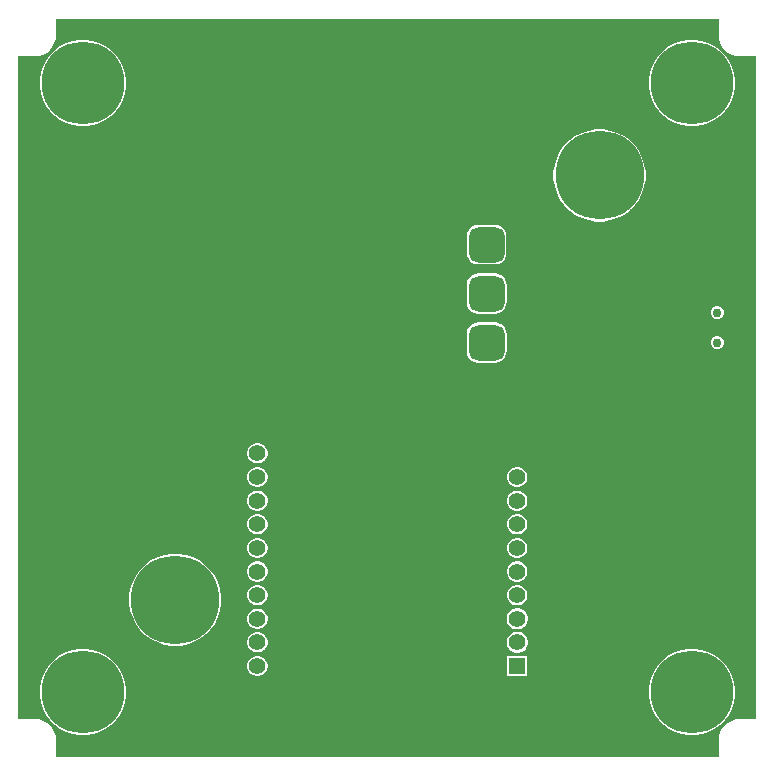
<source format=gbr>
%TF.GenerationSoftware,Altium Limited,Altium Designer,24.2.2 (26)*%
G04 Layer_Physical_Order=2*
G04 Layer_Color=16711680*
%FSLAX45Y45*%
%MOMM*%
%TF.SameCoordinates,7B2EFB22-2454-4570-B993-6C8DBF9E02C9*%
%TF.FilePolarity,Positive*%
%TF.FileFunction,Copper,L2,Bot,Signal*%
%TF.Part,Single*%
G01*
G75*
%TA.AperFunction,ComponentPad*%
G04:AMPARAMS|DCode=18|XSize=3mm|YSize=3mm|CornerRadius=0.75mm|HoleSize=0mm|Usage=FLASHONLY|Rotation=0.000|XOffset=0mm|YOffset=0mm|HoleType=Round|Shape=RoundedRectangle|*
%AMROUNDEDRECTD18*
21,1,3.00000,1.50000,0,0,0.0*
21,1,1.50000,3.00000,0,0,0.0*
1,1,1.50000,0.75000,-0.75000*
1,1,1.50000,-0.75000,-0.75000*
1,1,1.50000,-0.75000,0.75000*
1,1,1.50000,0.75000,0.75000*
%
%ADD18ROUNDEDRECTD18*%
%ADD19C,1.10000*%
%ADD20R,1.40000X1.40000*%
%ADD21C,1.40000*%
%TA.AperFunction,ViaPad*%
%ADD22C,7.00000*%
%ADD23C,7.50000*%
%ADD24C,0.60000*%
%ADD25C,0.75000*%
G36*
X5981113Y6159500D02*
X5981368Y6158215D01*
X5984667Y6124724D01*
X5994811Y6091283D01*
X6011284Y6060465D01*
X6033452Y6033452D01*
X6060465Y6011284D01*
X6091283Y5994811D01*
X6124724Y5984667D01*
X6158215Y5981368D01*
X6159500Y5981113D01*
X6298613D01*
Y368887D01*
X6159500D01*
X6158215Y368632D01*
X6124724Y365333D01*
X6091283Y355189D01*
X6060465Y338716D01*
X6033452Y316547D01*
X6011284Y289535D01*
X5994811Y258717D01*
X5984667Y225276D01*
X5981368Y191785D01*
X5981113Y190500D01*
Y51387D01*
X368887D01*
Y190500D01*
X368632Y191785D01*
X365333Y225276D01*
X355189Y258717D01*
X338716Y289535D01*
X316547Y316547D01*
X289535Y338716D01*
X258717Y355189D01*
X225276Y365333D01*
X191785Y368632D01*
X190500Y368887D01*
X51387D01*
Y5981113D01*
X190500D01*
X191785Y5981368D01*
X225276Y5984667D01*
X258717Y5994811D01*
X289535Y6011284D01*
X316547Y6033452D01*
X338716Y6060465D01*
X355189Y6091283D01*
X365333Y6124724D01*
X368632Y6158215D01*
X368887Y6159500D01*
Y6298613D01*
X5981113D01*
Y6159500D01*
D02*
G37*
%LPC*%
G36*
X5781826Y6118100D02*
X5724374D01*
X5667629Y6109113D01*
X5612989Y6091359D01*
X5561798Y6065276D01*
X5515318Y6031507D01*
X5474693Y5990882D01*
X5440924Y5944402D01*
X5414841Y5893211D01*
X5397087Y5838571D01*
X5388100Y5781826D01*
Y5724374D01*
X5397087Y5667629D01*
X5414841Y5612989D01*
X5440924Y5561798D01*
X5474693Y5515318D01*
X5515318Y5474693D01*
X5561798Y5440924D01*
X5612989Y5414841D01*
X5667629Y5397087D01*
X5724374Y5388100D01*
X5781826D01*
X5838571Y5397087D01*
X5893211Y5414841D01*
X5944402Y5440924D01*
X5990882Y5474693D01*
X6031507Y5515318D01*
X6065276Y5561798D01*
X6091359Y5612989D01*
X6109113Y5667629D01*
X6118100Y5724374D01*
Y5781826D01*
X6109113Y5838571D01*
X6091359Y5893211D01*
X6065276Y5944402D01*
X6031507Y5990882D01*
X5990882Y6031507D01*
X5944402Y6065276D01*
X5893211Y6091359D01*
X5838571Y6109113D01*
X5781826Y6118100D01*
D02*
G37*
G36*
X625626D02*
X568174D01*
X511429Y6109113D01*
X456789Y6091359D01*
X405598Y6065276D01*
X359118Y6031507D01*
X318493Y5990882D01*
X284724Y5944402D01*
X258641Y5893211D01*
X240887Y5838571D01*
X231900Y5781826D01*
Y5724374D01*
X240887Y5667629D01*
X258641Y5612989D01*
X284724Y5561798D01*
X318493Y5515318D01*
X359118Y5474693D01*
X405598Y5440924D01*
X456789Y5414841D01*
X511429Y5397087D01*
X568174Y5388100D01*
X625626D01*
X682371Y5397087D01*
X737011Y5414841D01*
X788202Y5440924D01*
X834682Y5474693D01*
X875307Y5515318D01*
X909076Y5561798D01*
X935159Y5612989D01*
X952913Y5667629D01*
X961900Y5724374D01*
Y5781826D01*
X952913Y5838571D01*
X935159Y5893211D01*
X909076Y5944402D01*
X875307Y5990882D01*
X834682Y6031507D01*
X788202Y6065276D01*
X737011Y6091359D01*
X682371Y6109113D01*
X625626Y6118100D01*
D02*
G37*
G36*
X5001753Y5361059D02*
X4940366D01*
X4879734Y5351456D01*
X4821351Y5332487D01*
X4766655Y5304617D01*
X4716991Y5268535D01*
X4673584Y5225127D01*
X4637502Y5175464D01*
X4609632Y5120768D01*
X4590662Y5062385D01*
X4581059Y5001753D01*
Y4940366D01*
X4590662Y4879734D01*
X4609632Y4821351D01*
X4637502Y4766655D01*
X4673584Y4716991D01*
X4716991Y4673584D01*
X4766655Y4637502D01*
X4821351Y4609632D01*
X4879734Y4590662D01*
X4940366Y4581059D01*
X5001753D01*
X5062385Y4590662D01*
X5120768Y4609632D01*
X5175464Y4637502D01*
X5225127Y4673584D01*
X5268535Y4716991D01*
X5304617Y4766655D01*
X5332487Y4821351D01*
X5351456Y4879734D01*
X5361059Y4940366D01*
Y5001753D01*
X5351456Y5062385D01*
X5332487Y5120768D01*
X5304617Y5175464D01*
X5268535Y5225127D01*
X5225127Y5268535D01*
X5175464Y5304617D01*
X5120768Y5332487D01*
X5062385Y5351456D01*
X5001753Y5361059D01*
D02*
G37*
G36*
X4090740Y4552357D02*
X3940740D01*
X3917245Y4549263D01*
X3895352Y4540195D01*
X3876551Y4525769D01*
X3862125Y4506968D01*
X3853057Y4485075D01*
X3849963Y4461580D01*
Y4311580D01*
X3853057Y4288085D01*
X3862125Y4266192D01*
X3876551Y4247391D01*
X3895352Y4232965D01*
X3917245Y4223897D01*
X3940740Y4220803D01*
X4090740D01*
X4114235Y4223897D01*
X4136128Y4232965D01*
X4154929Y4247391D01*
X4169355Y4266192D01*
X4178423Y4288085D01*
X4181517Y4311580D01*
Y4461580D01*
X4178423Y4485075D01*
X4169355Y4506968D01*
X4154929Y4525769D01*
X4136128Y4540195D01*
X4114235Y4549263D01*
X4090740Y4552357D01*
D02*
G37*
G36*
Y4142419D02*
X3940740D01*
X3915940Y4139155D01*
X3892830Y4129582D01*
X3872985Y4114354D01*
X3857758Y4094509D01*
X3848185Y4071400D01*
X3844920Y4046600D01*
Y3896600D01*
X3848185Y3871800D01*
X3857758Y3848690D01*
X3872985Y3828845D01*
X3892830Y3813618D01*
X3915940Y3804045D01*
X3940740Y3800780D01*
X4090740D01*
X4115540Y3804045D01*
X4138650Y3813618D01*
X4158495Y3828845D01*
X4173722Y3848690D01*
X4183295Y3871800D01*
X4186560Y3896600D01*
Y4046600D01*
X4183295Y4071400D01*
X4173722Y4094509D01*
X4158495Y4114354D01*
X4138650Y4129582D01*
X4115540Y4139155D01*
X4090740Y4142419D01*
D02*
G37*
G36*
X5977545Y3863567D02*
X5955665D01*
X5935450Y3855193D01*
X5919979Y3839722D01*
X5911605Y3819507D01*
Y3797627D01*
X5919979Y3777412D01*
X5935450Y3761940D01*
X5955665Y3753567D01*
X5977545D01*
X5997760Y3761940D01*
X6013232Y3777412D01*
X6021605Y3797627D01*
Y3819507D01*
X6013232Y3839722D01*
X5997760Y3855193D01*
X5977545Y3863567D01*
D02*
G37*
G36*
Y3609567D02*
X5955665D01*
X5935450Y3601193D01*
X5919979Y3585722D01*
X5911605Y3565507D01*
Y3543627D01*
X5919979Y3523412D01*
X5935450Y3507940D01*
X5955665Y3499567D01*
X5977545D01*
X5997760Y3507940D01*
X6013232Y3523412D01*
X6021605Y3543627D01*
Y3565507D01*
X6013232Y3585722D01*
X5997760Y3601193D01*
X5977545Y3609567D01*
D02*
G37*
G36*
X4090700Y3727420D02*
X3940700D01*
X3915900Y3724155D01*
X3892790Y3714582D01*
X3872946Y3699355D01*
X3857718Y3679510D01*
X3848145Y3656400D01*
X3844881Y3631600D01*
Y3481600D01*
X3848145Y3456800D01*
X3857718Y3433690D01*
X3872946Y3413845D01*
X3892790Y3398618D01*
X3915900Y3389045D01*
X3940700Y3385780D01*
X4090700D01*
X4115500Y3389045D01*
X4138610Y3398618D01*
X4158455Y3413845D01*
X4173682Y3433690D01*
X4183255Y3456800D01*
X4186520Y3481600D01*
Y3631600D01*
X4183255Y3656400D01*
X4173682Y3679510D01*
X4158455Y3699355D01*
X4138610Y3714582D01*
X4115500Y3724155D01*
X4090700Y3727420D01*
D02*
G37*
G36*
X2086190Y2702880D02*
X2063809D01*
X2042191Y2697087D01*
X2022809Y2685897D01*
X2006983Y2670071D01*
X1995793Y2650689D01*
X1990000Y2629070D01*
Y2606689D01*
X1995793Y2585071D01*
X2006983Y2565689D01*
X2022809Y2549863D01*
X2042191Y2538673D01*
X2063809Y2532880D01*
X2086190D01*
X2107809Y2538673D01*
X2127191Y2549863D01*
X2143017Y2565689D01*
X2154207Y2585071D01*
X2160000Y2606689D01*
Y2629070D01*
X2154207Y2650689D01*
X2143017Y2670071D01*
X2127191Y2685897D01*
X2107809Y2697087D01*
X2086190Y2702880D01*
D02*
G37*
G36*
X4286191Y2502880D02*
X4263810D01*
X4242191Y2497087D01*
X4222809Y2485897D01*
X4206983Y2470071D01*
X4195793Y2450689D01*
X4190000Y2429071D01*
Y2406690D01*
X4195793Y2385071D01*
X4206983Y2365689D01*
X4222809Y2349863D01*
X4242191Y2338673D01*
X4263810Y2332880D01*
X4286191D01*
X4307809Y2338673D01*
X4327191Y2349863D01*
X4343017Y2365689D01*
X4354207Y2385071D01*
X4360000Y2406690D01*
Y2429071D01*
X4354207Y2450689D01*
X4343017Y2470071D01*
X4327191Y2485897D01*
X4307809Y2497087D01*
X4286191Y2502880D01*
D02*
G37*
G36*
X2086190D02*
X2063809D01*
X2042191Y2497087D01*
X2022809Y2485897D01*
X2006983Y2470071D01*
X1995793Y2450689D01*
X1990000Y2429071D01*
Y2406690D01*
X1995793Y2385071D01*
X2006983Y2365689D01*
X2022809Y2349863D01*
X2042191Y2338673D01*
X2063809Y2332880D01*
X2086190D01*
X2107809Y2338673D01*
X2127191Y2349863D01*
X2143017Y2365689D01*
X2154207Y2385071D01*
X2160000Y2406690D01*
Y2429071D01*
X2154207Y2450689D01*
X2143017Y2470071D01*
X2127191Y2485897D01*
X2107809Y2497087D01*
X2086190Y2502880D01*
D02*
G37*
G36*
X4286191Y2302880D02*
X4263810D01*
X4242191Y2297087D01*
X4222809Y2285897D01*
X4206983Y2270071D01*
X4195793Y2250689D01*
X4190000Y2229070D01*
Y2206690D01*
X4195793Y2185071D01*
X4206983Y2165689D01*
X4222809Y2149863D01*
X4242191Y2138673D01*
X4263810Y2132880D01*
X4286191D01*
X4307809Y2138673D01*
X4327191Y2149863D01*
X4343017Y2165689D01*
X4354207Y2185071D01*
X4360000Y2206690D01*
Y2229070D01*
X4354207Y2250689D01*
X4343017Y2270071D01*
X4327191Y2285897D01*
X4307809Y2297087D01*
X4286191Y2302880D01*
D02*
G37*
G36*
X2086190D02*
X2063809D01*
X2042191Y2297087D01*
X2022809Y2285897D01*
X2006983Y2270071D01*
X1995793Y2250689D01*
X1990000Y2229070D01*
Y2206690D01*
X1995793Y2185071D01*
X2006983Y2165689D01*
X2022809Y2149863D01*
X2042191Y2138673D01*
X2063809Y2132880D01*
X2086190D01*
X2107809Y2138673D01*
X2127191Y2149863D01*
X2143017Y2165689D01*
X2154207Y2185071D01*
X2160000Y2206690D01*
Y2229070D01*
X2154207Y2250689D01*
X2143017Y2270071D01*
X2127191Y2285897D01*
X2107809Y2297087D01*
X2086190Y2302880D01*
D02*
G37*
G36*
X4286191Y2102880D02*
X4263810D01*
X4242191Y2097087D01*
X4222809Y2085897D01*
X4206983Y2070071D01*
X4195793Y2050689D01*
X4190000Y2029071D01*
Y2006690D01*
X4195793Y1985071D01*
X4206983Y1965689D01*
X4222809Y1949863D01*
X4242191Y1938673D01*
X4263810Y1932880D01*
X4286191D01*
X4307809Y1938673D01*
X4327191Y1949863D01*
X4343017Y1965689D01*
X4354207Y1985071D01*
X4360000Y2006690D01*
Y2029071D01*
X4354207Y2050689D01*
X4343017Y2070071D01*
X4327191Y2085897D01*
X4307809Y2097087D01*
X4286191Y2102880D01*
D02*
G37*
G36*
X2086190D02*
X2063809D01*
X2042191Y2097087D01*
X2022809Y2085897D01*
X2006983Y2070071D01*
X1995793Y2050689D01*
X1990000Y2029071D01*
Y2006690D01*
X1995793Y1985071D01*
X2006983Y1965689D01*
X2022809Y1949863D01*
X2042191Y1938673D01*
X2063809Y1932880D01*
X2086190D01*
X2107809Y1938673D01*
X2127191Y1949863D01*
X2143017Y1965689D01*
X2154207Y1985071D01*
X2160000Y2006690D01*
Y2029071D01*
X2154207Y2050689D01*
X2143017Y2070071D01*
X2127191Y2085897D01*
X2107809Y2097087D01*
X2086190Y2102880D01*
D02*
G37*
G36*
X4286191Y1902880D02*
X4263810D01*
X4242191Y1897087D01*
X4222809Y1885897D01*
X4206983Y1870071D01*
X4195793Y1850689D01*
X4190000Y1829071D01*
Y1806690D01*
X4195793Y1785071D01*
X4206983Y1765689D01*
X4222809Y1749863D01*
X4242191Y1738673D01*
X4263810Y1732880D01*
X4286191D01*
X4307809Y1738673D01*
X4327191Y1749863D01*
X4343017Y1765689D01*
X4354207Y1785071D01*
X4360000Y1806690D01*
Y1829071D01*
X4354207Y1850689D01*
X4343017Y1870071D01*
X4327191Y1885897D01*
X4307809Y1897087D01*
X4286191Y1902880D01*
D02*
G37*
G36*
X2086190D02*
X2063809D01*
X2042191Y1897087D01*
X2022809Y1885897D01*
X2006983Y1870071D01*
X1995793Y1850689D01*
X1990000Y1829071D01*
Y1806690D01*
X1995793Y1785071D01*
X2006983Y1765689D01*
X2022809Y1749863D01*
X2042191Y1738673D01*
X2063809Y1732880D01*
X2086190D01*
X2107809Y1738673D01*
X2127191Y1749863D01*
X2143017Y1765689D01*
X2154207Y1785071D01*
X2160000Y1806690D01*
Y1829071D01*
X2154207Y1850689D01*
X2143017Y1870071D01*
X2127191Y1885897D01*
X2107809Y1897087D01*
X2086190Y1902880D01*
D02*
G37*
G36*
X4286191Y1702880D02*
X4263810D01*
X4242191Y1697087D01*
X4222809Y1685897D01*
X4206983Y1670071D01*
X4195793Y1650689D01*
X4190000Y1629070D01*
Y1606689D01*
X4195793Y1585071D01*
X4206983Y1565689D01*
X4222809Y1549863D01*
X4242191Y1538673D01*
X4263810Y1532880D01*
X4286191D01*
X4307809Y1538673D01*
X4327191Y1549863D01*
X4343017Y1565689D01*
X4354207Y1585071D01*
X4360000Y1606689D01*
Y1629070D01*
X4354207Y1650689D01*
X4343017Y1670071D01*
X4327191Y1685897D01*
X4307809Y1697087D01*
X4286191Y1702880D01*
D02*
G37*
G36*
X2086190D02*
X2063809D01*
X2042191Y1697087D01*
X2022809Y1685897D01*
X2006983Y1670071D01*
X1995793Y1650689D01*
X1990000Y1629070D01*
Y1606689D01*
X1995793Y1585071D01*
X2006983Y1565689D01*
X2022809Y1549863D01*
X2042191Y1538673D01*
X2063809Y1532880D01*
X2086190D01*
X2107809Y1538673D01*
X2127191Y1549863D01*
X2143017Y1565689D01*
X2154207Y1585071D01*
X2160000Y1606689D01*
Y1629070D01*
X2154207Y1650689D01*
X2143017Y1670071D01*
X2127191Y1685897D01*
X2107809Y1697087D01*
X2086190Y1702880D01*
D02*
G37*
G36*
X4286191Y1502880D02*
X4263810D01*
X4242191Y1497087D01*
X4222809Y1485897D01*
X4206983Y1470071D01*
X4195793Y1450689D01*
X4190000Y1429071D01*
Y1406690D01*
X4195793Y1385071D01*
X4206983Y1365689D01*
X4222809Y1349863D01*
X4242191Y1338673D01*
X4263810Y1332880D01*
X4286191D01*
X4307809Y1338673D01*
X4327191Y1349863D01*
X4343017Y1365689D01*
X4354207Y1385071D01*
X4360000Y1406690D01*
Y1429071D01*
X4354207Y1450689D01*
X4343017Y1470071D01*
X4327191Y1485897D01*
X4307809Y1497087D01*
X4286191Y1502880D01*
D02*
G37*
G36*
X2086190D02*
X2063809D01*
X2042191Y1497087D01*
X2022809Y1485897D01*
X2006983Y1470071D01*
X1995793Y1450689D01*
X1990000Y1429071D01*
Y1406690D01*
X1995793Y1385071D01*
X2006983Y1365689D01*
X2022809Y1349863D01*
X2042191Y1338673D01*
X2063809Y1332880D01*
X2086190D01*
X2107809Y1338673D01*
X2127191Y1349863D01*
X2143017Y1365689D01*
X2154207Y1385071D01*
X2160000Y1406690D01*
Y1429071D01*
X2154207Y1450689D01*
X2143017Y1470071D01*
X2127191Y1485897D01*
X2107809Y1497087D01*
X2086190Y1502880D01*
D02*
G37*
G36*
Y1302880D02*
X2063809D01*
X2042191Y1297087D01*
X2022809Y1285897D01*
X2006983Y1270071D01*
X1995793Y1250689D01*
X1990000Y1229070D01*
Y1206689D01*
X1995793Y1185071D01*
X2006983Y1165689D01*
X2022809Y1149863D01*
X2042191Y1138673D01*
X2063809Y1132880D01*
X2086190D01*
X2107809Y1138673D01*
X2127191Y1149863D01*
X2143017Y1165689D01*
X2154207Y1185071D01*
X2160000Y1206689D01*
Y1229070D01*
X2154207Y1250689D01*
X2143017Y1270071D01*
X2127191Y1285897D01*
X2107809Y1297087D01*
X2086190Y1302880D01*
D02*
G37*
G36*
X4286849Y1307880D02*
X4263151D01*
X4240262Y1301746D01*
X4219739Y1289898D01*
X4202982Y1273141D01*
X4191134Y1252619D01*
X4185000Y1229729D01*
Y1206031D01*
X4191134Y1183141D01*
X4202982Y1162619D01*
X4219739Y1145862D01*
X4240262Y1134013D01*
X4263151Y1127880D01*
X4286849D01*
X4309739Y1134013D01*
X4330261Y1145862D01*
X4347018Y1162619D01*
X4358867Y1183141D01*
X4365000Y1206031D01*
Y1229729D01*
X4358867Y1252619D01*
X4347018Y1273141D01*
X4330261Y1289898D01*
X4309739Y1301746D01*
X4286849Y1307880D01*
D02*
G37*
G36*
X1409634Y1768941D02*
X1348247D01*
X1287615Y1759338D01*
X1229232Y1740368D01*
X1174536Y1712498D01*
X1124873Y1676416D01*
X1081465Y1633009D01*
X1045383Y1583345D01*
X1017513Y1528649D01*
X998544Y1470266D01*
X988941Y1409634D01*
Y1348247D01*
X998544Y1287615D01*
X1017513Y1229232D01*
X1045383Y1174536D01*
X1081465Y1124873D01*
X1124873Y1081465D01*
X1174536Y1045383D01*
X1229232Y1017513D01*
X1287615Y998544D01*
X1348247Y988941D01*
X1409634D01*
X1470266Y998544D01*
X1528649Y1017513D01*
X1583345Y1045383D01*
X1633009Y1081465D01*
X1676416Y1124873D01*
X1712498Y1174536D01*
X1740368Y1229232D01*
X1759338Y1287615D01*
X1768941Y1348247D01*
Y1409634D01*
X1759338Y1470266D01*
X1740368Y1528649D01*
X1712498Y1583345D01*
X1676416Y1633009D01*
X1633009Y1676416D01*
X1583345Y1712498D01*
X1528649Y1740368D01*
X1470266Y1759338D01*
X1409634Y1768941D01*
D02*
G37*
G36*
X2086190Y1102880D02*
X2063809D01*
X2042191Y1097087D01*
X2022809Y1085897D01*
X2006983Y1070071D01*
X1995793Y1050689D01*
X1990000Y1029071D01*
Y1006690D01*
X1995793Y985071D01*
X2006983Y965689D01*
X2022809Y949863D01*
X2042191Y938673D01*
X2063809Y932880D01*
X2086190D01*
X2107809Y938673D01*
X2127191Y949863D01*
X2143017Y965689D01*
X2154207Y985071D01*
X2160000Y1006690D01*
Y1029071D01*
X2154207Y1050689D01*
X2143017Y1070071D01*
X2127191Y1085897D01*
X2107809Y1097087D01*
X2086190Y1102880D01*
D02*
G37*
G36*
X4286849Y1107880D02*
X4263151D01*
X4240262Y1101747D01*
X4219739Y1089898D01*
X4202982Y1073141D01*
X4191134Y1052619D01*
X4185000Y1029729D01*
Y1006032D01*
X4191134Y983142D01*
X4202982Y962619D01*
X4219739Y945862D01*
X4240262Y934014D01*
X4263151Y927880D01*
X4286849D01*
X4309739Y934014D01*
X4330261Y945862D01*
X4347018Y962619D01*
X4358867Y983142D01*
X4365000Y1006032D01*
Y1029729D01*
X4358867Y1052619D01*
X4347018Y1073141D01*
X4330261Y1089898D01*
X4309739Y1101747D01*
X4286849Y1107880D01*
D02*
G37*
G36*
X4360000Y902880D02*
X4190000D01*
Y732880D01*
X4360000D01*
Y902880D01*
D02*
G37*
G36*
X2086190D02*
X2063809D01*
X2042191Y897087D01*
X2022809Y885897D01*
X2006983Y870071D01*
X1995793Y850689D01*
X1990000Y829070D01*
Y806690D01*
X1995793Y785071D01*
X2006983Y765689D01*
X2022809Y749863D01*
X2042191Y738673D01*
X2063809Y732880D01*
X2086190D01*
X2107809Y738673D01*
X2127191Y749863D01*
X2143017Y765689D01*
X2154207Y785071D01*
X2160000Y806690D01*
Y829070D01*
X2154207Y850689D01*
X2143017Y870071D01*
X2127191Y885897D01*
X2107809Y897087D01*
X2086190Y902880D01*
D02*
G37*
G36*
X5781826Y961900D02*
X5724374D01*
X5667629Y952913D01*
X5612989Y935159D01*
X5561798Y909076D01*
X5515318Y875307D01*
X5474693Y834682D01*
X5440924Y788202D01*
X5414841Y737011D01*
X5397087Y682371D01*
X5388100Y625626D01*
Y568174D01*
X5397087Y511429D01*
X5414841Y456789D01*
X5440924Y405598D01*
X5474693Y359118D01*
X5515318Y318493D01*
X5561798Y284724D01*
X5612989Y258641D01*
X5667629Y240887D01*
X5724374Y231900D01*
X5781826D01*
X5838571Y240887D01*
X5893211Y258641D01*
X5944402Y284724D01*
X5990882Y318493D01*
X6031507Y359118D01*
X6065276Y405598D01*
X6091359Y456789D01*
X6109113Y511429D01*
X6118100Y568174D01*
Y625626D01*
X6109113Y682371D01*
X6091359Y737011D01*
X6065276Y788202D01*
X6031507Y834682D01*
X5990882Y875307D01*
X5944402Y909076D01*
X5893211Y935159D01*
X5838571Y952913D01*
X5781826Y961900D01*
D02*
G37*
G36*
X625626D02*
X568174D01*
X511429Y952913D01*
X456789Y935159D01*
X405598Y909076D01*
X359118Y875307D01*
X318493Y834682D01*
X284724Y788202D01*
X258641Y737011D01*
X240887Y682371D01*
X231900Y625626D01*
Y568174D01*
X240887Y511429D01*
X258641Y456789D01*
X284724Y405598D01*
X318493Y359118D01*
X359118Y318493D01*
X405598Y284724D01*
X456789Y258641D01*
X511429Y240887D01*
X568174Y231900D01*
X625626D01*
X682371Y240887D01*
X737011Y258641D01*
X788202Y284724D01*
X834682Y318493D01*
X875307Y359118D01*
X909076Y405598D01*
X935159Y456789D01*
X952913Y511429D01*
X961900Y568174D01*
Y625626D01*
X952913Y682371D01*
X935159Y737011D01*
X909076Y788202D01*
X875307Y834682D01*
X834682Y875307D01*
X788202Y909076D01*
X737011Y935159D01*
X682371Y952913D01*
X625626Y961900D01*
D02*
G37*
%LPD*%
D18*
X4015740Y4386580D02*
D03*
X4015700Y4811600D02*
D03*
X4015740Y3971600D02*
D03*
X4015700Y3556600D02*
D03*
D19*
X4015740Y4386580D02*
D03*
X4015700Y4811600D02*
D03*
X4015740Y3971600D02*
D03*
X4015700Y3556600D02*
D03*
D20*
X4275000Y817880D02*
D03*
D21*
Y1017880D02*
D03*
Y1217880D02*
D03*
Y1417880D02*
D03*
Y1617880D02*
D03*
Y1817880D02*
D03*
Y2017880D02*
D03*
Y2217880D02*
D03*
Y2417880D02*
D03*
Y2617880D02*
D03*
X2075000D02*
D03*
Y2417880D02*
D03*
Y2217880D02*
D03*
Y2017880D02*
D03*
Y1817880D02*
D03*
Y1617880D02*
D03*
Y1417880D02*
D03*
Y1217880D02*
D03*
Y1017880D02*
D03*
Y817880D02*
D03*
D22*
X5753100Y5753100D02*
D03*
X596900Y596900D02*
D03*
X5753100D02*
D03*
X596900Y5753100D02*
D03*
D23*
X4971059Y4971059D02*
D03*
X1378941Y1378941D02*
D03*
D24*
X6057465Y5460004D02*
D03*
X6157465Y5260004D02*
D03*
X6057465Y5060004D02*
D03*
X6157465Y4860004D02*
D03*
X6057465Y4660004D02*
D03*
X6157465Y4460004D02*
D03*
Y1660002D02*
D03*
X6057465Y1460002D02*
D03*
X6157465Y1260002D02*
D03*
X6057465Y1060002D02*
D03*
X6157465Y860002D02*
D03*
Y460002D02*
D03*
X5957465Y5260004D02*
D03*
X5857465Y5060004D02*
D03*
X5957465Y4860004D02*
D03*
X5857465Y4660004D02*
D03*
X5957465Y4460004D02*
D03*
X5857465Y1460002D02*
D03*
X5957465Y1260002D02*
D03*
X5857465Y1060002D02*
D03*
X5757464Y5260004D02*
D03*
X5657464Y5060004D02*
D03*
X5757464Y4860004D02*
D03*
X5657464Y4660004D02*
D03*
Y1460002D02*
D03*
X5757464Y1260002D02*
D03*
X5657464Y1060002D02*
D03*
X5557464Y5260004D02*
D03*
X5457464Y5060004D02*
D03*
X5557464Y4860004D02*
D03*
X5457464Y4660004D02*
D03*
Y2260003D02*
D03*
Y1860002D02*
D03*
X5557464Y1260002D02*
D03*
X5457464Y1060002D02*
D03*
Y260002D02*
D03*
X5357464Y6060005D02*
D03*
X5257464Y5860005D02*
D03*
Y5460004D02*
D03*
X5357464Y5260004D02*
D03*
X5257464Y4660004D02*
D03*
Y2660003D02*
D03*
Y2260003D02*
D03*
X5357464Y2060002D02*
D03*
X5257464Y1860002D02*
D03*
Y1060002D02*
D03*
X5357464Y860002D02*
D03*
X5257464Y660002D02*
D03*
Y260002D02*
D03*
X5157464Y6060005D02*
D03*
X5057464Y5860005D02*
D03*
X5157464Y5660004D02*
D03*
X5057464Y5460004D02*
D03*
Y2660003D02*
D03*
Y2260003D02*
D03*
X5157464Y2060002D02*
D03*
X5057464Y1860002D02*
D03*
X5157464Y1660002D02*
D03*
X5057464Y1460002D02*
D03*
X5157464Y860002D02*
D03*
X5057464Y660002D02*
D03*
X5157464Y460002D02*
D03*
X5057464Y260002D02*
D03*
X4957464Y6060005D02*
D03*
X4857464Y5860005D02*
D03*
X4957464Y5660004D02*
D03*
X4857464Y5460004D02*
D03*
Y3460003D02*
D03*
X4957464Y3260003D02*
D03*
X4857464Y3060003D02*
D03*
X4957464Y2860003D02*
D03*
X4857464Y2660003D02*
D03*
X4957464Y2460003D02*
D03*
X4857464Y2260003D02*
D03*
X4957464Y2060002D02*
D03*
X4857464Y1860002D02*
D03*
X4957464Y1660002D02*
D03*
X4857464Y1460002D02*
D03*
Y660002D02*
D03*
X4957464Y460002D02*
D03*
X4857464Y260002D02*
D03*
X4757464Y6060005D02*
D03*
X4657464Y5860005D02*
D03*
X4757464Y5660004D02*
D03*
X4657464Y5460004D02*
D03*
Y4660004D02*
D03*
X4757464Y3660003D02*
D03*
Y3260003D02*
D03*
Y2860003D02*
D03*
Y2460003D02*
D03*
Y2060002D02*
D03*
Y1660002D02*
D03*
Y1260002D02*
D03*
X4657464Y1060002D02*
D03*
X4757464Y460002D02*
D03*
X4657464Y260002D02*
D03*
X4557464Y6060005D02*
D03*
X4457464Y5860005D02*
D03*
X4557464Y5660004D02*
D03*
X4457464Y5460004D02*
D03*
X4557464Y5260004D02*
D03*
X4457464Y5060004D02*
D03*
X4557464Y4860004D02*
D03*
X4457464Y4660004D02*
D03*
X4557464Y3660003D02*
D03*
X4457464Y3460003D02*
D03*
X4557464Y3260003D02*
D03*
X4457464Y3060003D02*
D03*
X4557464Y2860003D02*
D03*
X4457464Y2660003D02*
D03*
X4557464Y2460003D02*
D03*
X4457464Y2260003D02*
D03*
X4557464Y2060002D02*
D03*
X4457464Y1860002D02*
D03*
X4557464Y1660002D02*
D03*
X4457464Y1460002D02*
D03*
X4557464Y460002D02*
D03*
X4457464Y260002D02*
D03*
X4357464Y6060005D02*
D03*
X4257464Y5860005D02*
D03*
X4357464Y5660004D02*
D03*
X4257464Y5460004D02*
D03*
X4357464Y5260004D02*
D03*
X4257464Y5060004D02*
D03*
X4357464Y4860004D02*
D03*
X4257464Y4660004D02*
D03*
Y3860003D02*
D03*
Y3460003D02*
D03*
X4357464Y3260003D02*
D03*
X4257464Y3060003D02*
D03*
X4357464Y2860003D02*
D03*
X4257464Y2660003D02*
D03*
X4357464Y460002D02*
D03*
X4257464Y260002D02*
D03*
X4157464Y6060005D02*
D03*
X4057464Y5860005D02*
D03*
X4157464Y5660004D02*
D03*
X4057464Y5460004D02*
D03*
X4157464Y5260004D02*
D03*
X4057464Y5060004D02*
D03*
X4157464Y3260003D02*
D03*
X4057464Y3060003D02*
D03*
X4157464Y2860003D02*
D03*
X4057464Y2660003D02*
D03*
X4157464Y2460003D02*
D03*
X4057464Y2260003D02*
D03*
X4157464Y2060002D02*
D03*
X4057464Y1860002D02*
D03*
X4157464Y1660002D02*
D03*
X4057464Y1460002D02*
D03*
Y1060002D02*
D03*
X4157464Y460002D02*
D03*
X4057464Y260002D02*
D03*
X3957464Y6060005D02*
D03*
X3857463Y5860005D02*
D03*
X3957464Y5660004D02*
D03*
X3857463Y5460004D02*
D03*
X3957464Y5260004D02*
D03*
X3857463Y5060004D02*
D03*
X3957464Y3260003D02*
D03*
X3857463Y3060003D02*
D03*
X3957464Y2860003D02*
D03*
X3857463Y2660003D02*
D03*
X3957464Y2460003D02*
D03*
X3857463Y2260003D02*
D03*
X3957464Y2060002D02*
D03*
X3857463Y1860002D02*
D03*
X3957464Y1660002D02*
D03*
X3857463Y1460002D02*
D03*
X3957464Y1260002D02*
D03*
X3857463Y1060002D02*
D03*
X3957464Y460002D02*
D03*
X3857463Y260002D02*
D03*
X3757463Y6060005D02*
D03*
X3657463Y5860005D02*
D03*
X3757463Y5660004D02*
D03*
X3657463Y5460004D02*
D03*
X3757463Y5260004D02*
D03*
X3657463Y5060004D02*
D03*
X3757463Y4860004D02*
D03*
X3657463Y4660004D02*
D03*
X3757463Y4060004D02*
D03*
X3657463Y3860003D02*
D03*
X3757463Y3660003D02*
D03*
X3657463Y3460003D02*
D03*
X3757463Y3260003D02*
D03*
X3657463Y3060003D02*
D03*
X3757463Y2860003D02*
D03*
X3657463Y2660003D02*
D03*
X3757463Y2460003D02*
D03*
X3657463Y2260003D02*
D03*
X3757463Y2060002D02*
D03*
X3657463Y1860002D02*
D03*
X3757463Y1660002D02*
D03*
X3657463Y1460002D02*
D03*
X3757463Y1260002D02*
D03*
Y460002D02*
D03*
X3657463Y260002D02*
D03*
X3557463Y6060005D02*
D03*
X3457463Y5860005D02*
D03*
X3557463Y5660004D02*
D03*
X3457463Y5460004D02*
D03*
X3557463Y5260004D02*
D03*
X3457463Y5060004D02*
D03*
X3557463Y4860004D02*
D03*
X3457463Y4660004D02*
D03*
X3557463Y4060004D02*
D03*
X3457463Y3860003D02*
D03*
X3557463Y3660003D02*
D03*
X3457463Y3460003D02*
D03*
X3557463Y3260003D02*
D03*
X3457463Y3060003D02*
D03*
X3557463Y2860003D02*
D03*
X3457463Y2660003D02*
D03*
X3557463Y2460003D02*
D03*
X3457463Y2260003D02*
D03*
X3557463Y2060002D02*
D03*
X3457463Y1860002D02*
D03*
X3557463Y1660002D02*
D03*
X3457463Y1460002D02*
D03*
X3557463Y1260002D02*
D03*
Y460002D02*
D03*
X3457463Y260002D02*
D03*
X3357463Y6060005D02*
D03*
X3257463Y5860005D02*
D03*
X3357463Y5660004D02*
D03*
X3257463Y5460004D02*
D03*
X3357463Y5260004D02*
D03*
X3257463Y5060004D02*
D03*
X3357463Y4860004D02*
D03*
X3257463Y4660004D02*
D03*
X3357463Y4060004D02*
D03*
X3257463Y3860003D02*
D03*
X3357463Y3660003D02*
D03*
X3257463Y3460003D02*
D03*
X3357463Y3260003D02*
D03*
X3257463Y3060003D02*
D03*
X3357463Y2860003D02*
D03*
X3257463Y2660003D02*
D03*
X3357463Y2460003D02*
D03*
X3257463Y2260003D02*
D03*
X3357463Y2060002D02*
D03*
X3257463Y1860002D02*
D03*
X3357463Y1660002D02*
D03*
X3257463Y660002D02*
D03*
X3357463Y460002D02*
D03*
X3257463Y260002D02*
D03*
X3157463Y6060005D02*
D03*
X3057463Y5860005D02*
D03*
X3157463Y5660004D02*
D03*
X3057463Y5460004D02*
D03*
X3157463Y5260004D02*
D03*
X3057463Y5060004D02*
D03*
X3157463Y4860004D02*
D03*
X3057463Y4660004D02*
D03*
X3157463Y4060004D02*
D03*
X3057463Y3860003D02*
D03*
X3157463Y3660003D02*
D03*
X3057463Y3460003D02*
D03*
X3157463Y3260003D02*
D03*
X3057463Y3060003D02*
D03*
X3157463Y2860003D02*
D03*
X3057463Y2660003D02*
D03*
X3157463Y2460003D02*
D03*
X3057463Y2260003D02*
D03*
X3157463Y2060002D02*
D03*
X3057463Y1860002D02*
D03*
X3157463Y1660002D02*
D03*
Y860002D02*
D03*
X3057463Y660002D02*
D03*
X3157463Y460002D02*
D03*
X3057463Y260002D02*
D03*
X2957463Y6060005D02*
D03*
X2857463Y5860005D02*
D03*
X2957463Y5660004D02*
D03*
X2857463Y5460004D02*
D03*
X2957463Y5260004D02*
D03*
X2857463Y5060004D02*
D03*
X2957463Y4860004D02*
D03*
X2857463Y4660004D02*
D03*
X2957463Y4060004D02*
D03*
X2857463Y3860003D02*
D03*
X2957463Y3660003D02*
D03*
X2857463Y3460003D02*
D03*
X2957463Y3260003D02*
D03*
X2857463Y3060003D02*
D03*
X2957463Y2860003D02*
D03*
X2857463Y2660003D02*
D03*
X2957463Y2460003D02*
D03*
X2857463Y2260003D02*
D03*
X2957463Y2060002D02*
D03*
X2857463Y1060002D02*
D03*
X2957463Y860002D02*
D03*
X2857463Y660002D02*
D03*
X2957463Y460002D02*
D03*
X2857463Y260002D02*
D03*
X2757463Y6060005D02*
D03*
X2657463Y5860005D02*
D03*
X2757463Y5660004D02*
D03*
X2657463Y5460004D02*
D03*
X2757463Y5260004D02*
D03*
X2657463Y5060004D02*
D03*
X2757463Y4860004D02*
D03*
X2657463Y4660004D02*
D03*
X2757463Y4060004D02*
D03*
X2657463Y3860003D02*
D03*
X2757463Y3660003D02*
D03*
X2657463Y3460003D02*
D03*
X2757463Y3260003D02*
D03*
X2657463Y3060003D02*
D03*
X2757463Y2860003D02*
D03*
X2657463Y2660003D02*
D03*
X2757463Y2460003D02*
D03*
X2657463Y2260003D02*
D03*
X2757463Y2060002D02*
D03*
Y1260002D02*
D03*
X2657463Y1060002D02*
D03*
X2757463Y860002D02*
D03*
X2657463Y660002D02*
D03*
X2757463Y460002D02*
D03*
X2657463Y260002D02*
D03*
X2557463Y6060005D02*
D03*
X2457463Y5860005D02*
D03*
X2557463Y5660004D02*
D03*
X2457463Y5460004D02*
D03*
X2557463Y5260004D02*
D03*
X2457463Y5060004D02*
D03*
X2557463Y4860004D02*
D03*
X2457463Y4660004D02*
D03*
X2557463Y4060004D02*
D03*
X2457463Y3860003D02*
D03*
X2557463Y3660003D02*
D03*
X2457463Y3460003D02*
D03*
X2557463Y3260003D02*
D03*
X2457463Y3060003D02*
D03*
X2557463Y2860003D02*
D03*
X2457463Y2660003D02*
D03*
X2557463Y2460003D02*
D03*
X2457463Y1460002D02*
D03*
X2557463Y1260002D02*
D03*
X2457463Y1060002D02*
D03*
X2557463Y860002D02*
D03*
X2457463Y660002D02*
D03*
X2557463Y460002D02*
D03*
X2457463Y260002D02*
D03*
X2357463Y6060005D02*
D03*
X2257463Y5860005D02*
D03*
X2357463Y5660004D02*
D03*
X2257463Y5460004D02*
D03*
X2357463Y5260004D02*
D03*
X2257463Y5060004D02*
D03*
X2357463Y4860004D02*
D03*
X2257463Y4660004D02*
D03*
X2357463Y4060004D02*
D03*
X2257463Y3860003D02*
D03*
X2357463Y3660003D02*
D03*
X2257463Y3460003D02*
D03*
X2357463Y3260003D02*
D03*
X2257463Y3060003D02*
D03*
X2357463Y2860003D02*
D03*
X2257463Y2660003D02*
D03*
X2357463Y2460003D02*
D03*
Y1660002D02*
D03*
X2257463Y1460002D02*
D03*
X2357463Y1260002D02*
D03*
X2257463Y1060002D02*
D03*
X2357463Y860002D02*
D03*
X2257463Y660002D02*
D03*
X2357463Y460002D02*
D03*
X2257463Y260002D02*
D03*
X2157463Y6060005D02*
D03*
X2057462Y5860005D02*
D03*
X2157463Y5660004D02*
D03*
X2057462Y5460004D02*
D03*
X2157463Y5260004D02*
D03*
X2057462Y5060004D02*
D03*
X2157463Y4860004D02*
D03*
X2057462Y4660004D02*
D03*
X2157463Y4060004D02*
D03*
X2057462Y3860003D02*
D03*
X2157463Y3660003D02*
D03*
X2057462Y3460003D02*
D03*
X2157463Y3260003D02*
D03*
X2057462Y3060003D02*
D03*
X2157463Y2860003D02*
D03*
X2057462Y660002D02*
D03*
X2157463Y460002D02*
D03*
X2057462Y260002D02*
D03*
X1957462Y6060005D02*
D03*
X1857462Y5860005D02*
D03*
X1957462Y5660004D02*
D03*
X1857462Y5460004D02*
D03*
X1957462Y5260004D02*
D03*
X1857462Y5060004D02*
D03*
X1957462Y4860004D02*
D03*
X1857462Y4660004D02*
D03*
X1957462Y4060004D02*
D03*
X1857462Y3860003D02*
D03*
X1957462Y3660003D02*
D03*
X1857462Y3460003D02*
D03*
X1957462Y3260003D02*
D03*
X1857462Y3060003D02*
D03*
X1957462Y2860003D02*
D03*
X1857462Y2660003D02*
D03*
X1957462Y2460003D02*
D03*
Y1660002D02*
D03*
X1857462Y1460002D02*
D03*
X1957462Y1260002D02*
D03*
X1857462Y1060002D02*
D03*
X1957462Y860002D02*
D03*
X1857462Y660002D02*
D03*
X1957462Y460002D02*
D03*
X1857462Y260002D02*
D03*
X1757462Y6060005D02*
D03*
X1657462Y5860005D02*
D03*
X1757462Y5660004D02*
D03*
X1657462Y5460004D02*
D03*
X1757462Y5260004D02*
D03*
X1657462Y5060004D02*
D03*
X1757462Y4860004D02*
D03*
X1657462Y4660004D02*
D03*
X1757462Y4060004D02*
D03*
X1657462Y3860003D02*
D03*
X1757462Y3660003D02*
D03*
X1657462Y3460003D02*
D03*
X1757462Y3260003D02*
D03*
X1657462Y3060003D02*
D03*
X1757462Y2860003D02*
D03*
X1657462Y2660003D02*
D03*
X1757462Y2460003D02*
D03*
Y1660002D02*
D03*
X1657462Y1060002D02*
D03*
X1757462Y860002D02*
D03*
X1657462Y660002D02*
D03*
X1757462Y460002D02*
D03*
X1657462Y260002D02*
D03*
X1557462Y6060005D02*
D03*
X1457462Y5860005D02*
D03*
X1557462Y5660004D02*
D03*
X1457462Y5460004D02*
D03*
X1557462Y5260004D02*
D03*
X1457462Y5060004D02*
D03*
X1557462Y4860004D02*
D03*
X1457462Y4660004D02*
D03*
X1557462Y4060004D02*
D03*
X1457462Y3860003D02*
D03*
X1557462Y3660003D02*
D03*
X1457462Y3460003D02*
D03*
X1557462Y3260003D02*
D03*
X1457462Y3060003D02*
D03*
X1557462Y2860003D02*
D03*
X1457462Y2660003D02*
D03*
X1557462Y2460003D02*
D03*
Y860002D02*
D03*
X1457462Y660002D02*
D03*
X1557462Y460002D02*
D03*
X1457462Y260002D02*
D03*
X1357462Y6060005D02*
D03*
X1257462Y5860005D02*
D03*
X1357462Y5660004D02*
D03*
X1257462Y5460004D02*
D03*
X1357462Y5260004D02*
D03*
X1257462Y5060004D02*
D03*
X1357462Y4860004D02*
D03*
X1257462Y4660004D02*
D03*
X1357462Y4060004D02*
D03*
X1257462Y3860003D02*
D03*
X1357462Y3660003D02*
D03*
X1257462Y3460003D02*
D03*
X1357462Y3260003D02*
D03*
X1257462Y3060003D02*
D03*
X1357462Y2860003D02*
D03*
X1257462Y2660003D02*
D03*
X1357462Y2460003D02*
D03*
Y860002D02*
D03*
X1257462Y660002D02*
D03*
X1357462Y460002D02*
D03*
X1257462Y260002D02*
D03*
X1157462Y6060005D02*
D03*
X1057462Y5860005D02*
D03*
X1157462Y5660004D02*
D03*
X1057462Y5460004D02*
D03*
X1157462Y5260004D02*
D03*
X1057462Y5060004D02*
D03*
X1157462Y4860004D02*
D03*
X1057462Y4660004D02*
D03*
X1157462Y4060004D02*
D03*
X1057462Y3860003D02*
D03*
X1157462Y3660003D02*
D03*
X1057462Y3460003D02*
D03*
X1157462Y3260003D02*
D03*
X1057462Y3060003D02*
D03*
X1157462Y2860003D02*
D03*
X1057462Y2660003D02*
D03*
X1157462Y2460003D02*
D03*
X1057462Y1060002D02*
D03*
X1157462Y860002D02*
D03*
X1057462Y660002D02*
D03*
X1157462Y460002D02*
D03*
X1057462Y260002D02*
D03*
X957462Y6060005D02*
D03*
Y5260004D02*
D03*
X857462Y5060004D02*
D03*
X957462Y4860004D02*
D03*
X857462Y4660004D02*
D03*
X957462Y4060004D02*
D03*
X857462Y3860003D02*
D03*
X957462Y3660003D02*
D03*
X857462Y3460003D02*
D03*
X957462Y3260003D02*
D03*
X857462Y3060003D02*
D03*
X957462Y2860003D02*
D03*
X857462Y2660003D02*
D03*
X957462Y2460003D02*
D03*
Y1660002D02*
D03*
X857462Y1460002D02*
D03*
X957462Y1260002D02*
D03*
X857462Y1060002D02*
D03*
X957462Y860002D02*
D03*
X857462Y260002D02*
D03*
X757462Y5260004D02*
D03*
X657462Y5060004D02*
D03*
X757462Y4860004D02*
D03*
X657462Y4660004D02*
D03*
X757462Y4060004D02*
D03*
X657462Y3860003D02*
D03*
X757462Y3660003D02*
D03*
X657462Y3460003D02*
D03*
X757462Y3260003D02*
D03*
X657462Y3060003D02*
D03*
X757462Y2860003D02*
D03*
X657462Y2660003D02*
D03*
X757462Y2460003D02*
D03*
X657462Y2260003D02*
D03*
X757462Y1260002D02*
D03*
X657462Y1060002D02*
D03*
X557462Y5260004D02*
D03*
X457462Y5060004D02*
D03*
X557462Y4860004D02*
D03*
X457462Y4660004D02*
D03*
Y3860003D02*
D03*
X557462Y3660003D02*
D03*
X457462Y3460003D02*
D03*
X557462Y3260003D02*
D03*
X457462Y3060003D02*
D03*
X557462Y2860003D02*
D03*
X457462Y2660003D02*
D03*
X557462Y2460003D02*
D03*
X457462Y2260003D02*
D03*
Y1060002D02*
D03*
X257462Y5460004D02*
D03*
X357462Y5260004D02*
D03*
X257462Y5060004D02*
D03*
X357462Y4860004D02*
D03*
X257462Y4660004D02*
D03*
X357462Y4460004D02*
D03*
X257462Y1460002D02*
D03*
Y1060002D02*
D03*
D25*
X637540Y1304260D02*
D03*
X396240D02*
D03*
X4544060Y977900D02*
D03*
X5966605Y3808567D02*
D03*
Y3554567D02*
D03*
Y3300567D02*
D03*
Y3046567D02*
D03*
X5262605D02*
D03*
X5261400Y3302000D02*
D03*
%TF.MD5,2a91431864d3e7c60bc1a1beebffc9ce*%
M02*

</source>
